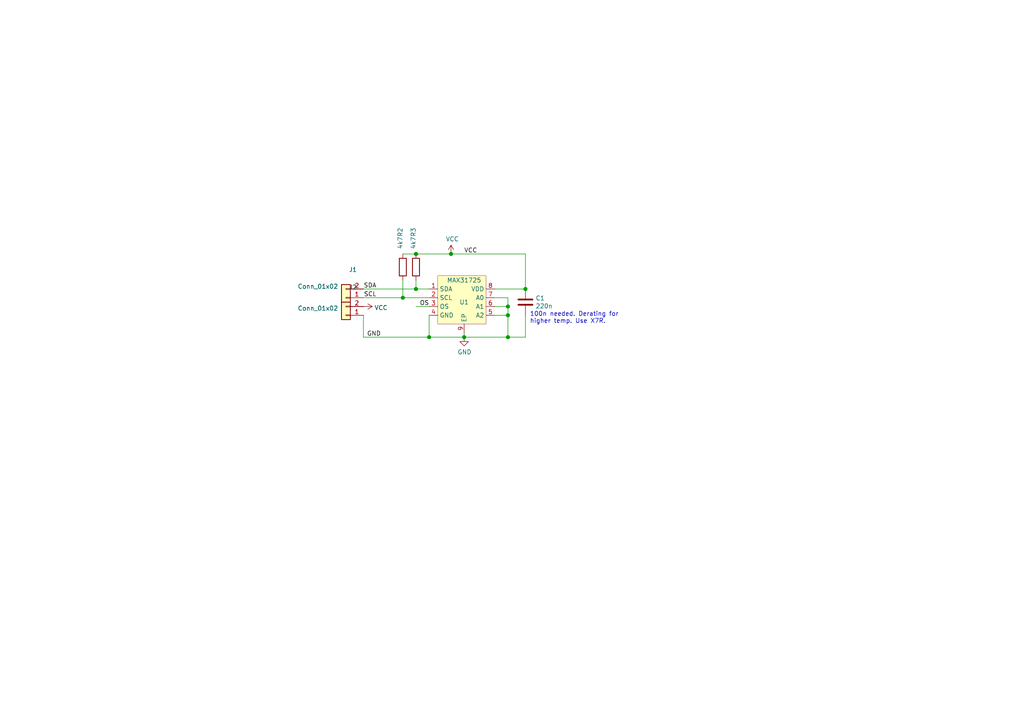
<source format=kicad_sch>
(kicad_sch (version 20201015) (generator eeschema)
  (paper "A4")
  (lib_symbols
    (symbol "Connector_Generic:Conn_01x02" (pin_names (offset 1.016) hide)
      (property "Reference" "J" (at 0 2.54 0))
      (property "Value" "Conn_01x02" (at 0 -5.08 0))
      (symbol "Conn_01x02_1_1"
        (rectangle (start -1.27 -2.413) (end 0 -2.667) (stroke (width 0.1524)))
        (rectangle (start -1.27 0.127) (end 0 -0.127) (stroke (width 0.1524)))
        (rectangle (start -1.27 1.27) (end 1.27 -3.81) (stroke (width 0.254)) (fill (type background)))
        (pin passive line (at -5.08 0 0) (length 3.81) (name "Pin_1") (number "1"))
        (pin passive line (at -5.08 -2.54 0) (length 3.81) (name "Pin_2") (number "2"))
      )
    )
    (symbol "Device:C" (pin_numbers hide) (pin_names (offset 0.254))
      (property "Reference" "C" (at 0.635 2.54 0))
      (property "Value" "C" (at 0.635 -2.54 0))
      (symbol "C_0_1"
        (polyline (pts (xy -2.032 -0.762) (xy 2.032 -0.762)) (stroke (width 0.508)))
        (polyline (pts (xy -2.032 0.762) (xy 2.032 0.762)) (stroke (width 0.508)))
      )
      (symbol "C_1_1"
        (pin passive line (at 0 3.81 270) (length 2.794) (name "~") (number "1"))
        (pin passive line (at 0 -3.81 90) (length 2.794) (name "~") (number "2"))
      )
    )
    (symbol "Device:R" (pin_numbers hide) (pin_names (offset 0))
      (property "Reference" "R" (at 2.032 0 90))
      (property "Value" "R" (at 0 0 90))
      (symbol "R_0_1"
        (rectangle (start -1.016 -2.54) (end 1.016 2.54) (stroke (width 0.254)))
      )
      (symbol "R_1_1"
        (pin passive line (at 0 3.81 270) (length 1.27) (name "~") (number "1"))
        (pin passive line (at 0 -3.81 90) (length 1.27) (name "~") (number "2"))
      )
    )
    (symbol "max31725:MAX31725"
      (property "Reference" "U" (at 0 0 0))
      (property "Value" "MAX31725" (at 0 6.35 0))
      (symbol "MAX31725_0_1"
        (rectangle (start -7.62 7.62) (end 6.35 -6.35) (stroke (width 0.001)) (fill (type background)))
      )
      (symbol "MAX31725_1_1"
        (pin bidirectional line (at -10.16 3.81 0) (length 2.54) (name "SDA") (number "1"))
        (pin bidirectional line (at -10.16 1.27 0) (length 2.54) (name "SCL") (number "2"))
        (pin open_collector line (at -10.16 -1.27 0) (length 2.54) (name "OS") (number "3"))
        (pin power_in line (at -10.16 -3.81 0) (length 2.54) (name "GND") (number "4"))
        (pin power_in line (at 8.89 3.81 180) (length 2.54) (name "VDD") (number "8"))
        (pin input line (at 8.89 1.27 180) (length 2.54) (name "A0") (number "7"))
        (pin input line (at 8.89 -1.27 180) (length 2.54) (name "A1") (number "6"))
        (pin input line (at 8.89 -3.81 180) (length 2.54) (name "A2") (number "5"))
        (pin passive line (at 0 -8.89 90) (length 2.54) (name "EP") (number "9"))
      )
    )
    (symbol "power:GND" (power) (pin_names (offset 0))
      (property "Value" "GND" (at 0 -3.81 0))
      (symbol "GND_0_1"
        (polyline (pts (xy 0 0) (xy 0 -1.27) (xy 1.27 -1.27) (xy 0 -2.54) (xy -1.27 -1.27) (xy 0 -1.27)))
      )
      (symbol "GND_1_1"
        (pin power_in line (at 0 0 270) (length 0) hide (name "GND") (number "1"))
      )
    )
    (symbol "power:VCC" (power) (pin_names (offset 0))
      (property "Value" "VCC" (at 0 3.81 0))
      (symbol "VCC_0_1"
        (polyline (pts (xy -0.762 1.27) (xy 0 2.54)))
        (polyline (pts (xy 0 0) (xy 0 2.54)))
        (polyline (pts (xy 0 2.54) (xy 0.762 1.27)))
      )
      (symbol "VCC_1_1"
        (pin power_in line (at 0 0 90) (length 0) hide (name "VCC") (number "1"))
      )
    )
  )
  (junction (at 116.84 86.36) (diameter 1.016))
  (junction (at 120.65 73.66) (diameter 1.016))
  (junction (at 120.65 83.82) (diameter 1.016))
  (junction (at 124.46 97.79) (diameter 1.016))
  (junction (at 130.81 73.66) (diameter 1.016))
  (junction (at 134.62 97.79) (diameter 1.016))
  (junction (at 147.32 88.9) (diameter 1.016))
  (junction (at 147.32 91.44) (diameter 1.016))
  (junction (at 147.32 97.79) (diameter 1.016))
  (junction (at 152.4 83.82) (diameter 1.016))
  (wire (pts (xy 105.41 83.82) (xy 120.65 83.82)))
  (wire (pts (xy 105.41 86.36) (xy 116.84 86.36)))
  (wire (pts (xy 105.41 91.44) (xy 105.41 97.79)))
  (wire (pts (xy 105.41 97.79) (xy 124.46 97.79)))
  (wire (pts (xy 116.84 73.66) (xy 120.65 73.66)))
  (wire (pts (xy 116.84 81.28) (xy 116.84 86.36)))
  (wire (pts (xy 116.84 86.36) (xy 124.46 86.36)))
  (wire (pts (xy 120.65 73.66) (xy 130.81 73.66)))
  (wire (pts (xy 120.65 81.28) (xy 120.65 83.82)))
  (wire (pts (xy 120.65 83.82) (xy 124.46 83.82)))
  (wire (pts (xy 120.65 88.9) (xy 124.46 88.9)))
  (wire (pts (xy 124.46 97.79) (xy 124.46 91.44)))
  (wire (pts (xy 130.81 73.66) (xy 152.4 73.66)))
  (wire (pts (xy 134.62 96.52) (xy 134.62 97.79)))
  (wire (pts (xy 134.62 97.79) (xy 124.46 97.79)))
  (wire (pts (xy 143.51 83.82) (xy 152.4 83.82)))
  (wire (pts (xy 143.51 86.36) (xy 147.32 86.36)))
  (wire (pts (xy 143.51 88.9) (xy 147.32 88.9)))
  (wire (pts (xy 143.51 91.44) (xy 147.32 91.44)))
  (wire (pts (xy 147.32 86.36) (xy 147.32 88.9)))
  (wire (pts (xy 147.32 88.9) (xy 147.32 91.44)))
  (wire (pts (xy 147.32 91.44) (xy 147.32 97.79)))
  (wire (pts (xy 147.32 97.79) (xy 134.62 97.79)))
  (wire (pts (xy 152.4 73.66) (xy 152.4 83.82)))
  (wire (pts (xy 152.4 91.44) (xy 152.4 97.79)))
  (wire (pts (xy 152.4 97.79) (xy 147.32 97.79)))
  (text "100n needed. Derating for\nhigher temp. Use X7R." (at 153.67 93.98 0) (effects (font (size 1.27 1.27)) (justify left bottom)))
  (label "SDA" (at 109.22 83.82 180))
  (label "SCL" (at 109.22 86.36 180))
  (label "GND" (at 110.49 97.79 180))
  (label "OS" (at 124.46 88.9 180))
  (label "VCC" (at 138.43 73.66 180))
  (symbol (lib_id "power:VCC") (at 105.41 88.9 270) (unit 1)
    (property "Reference" "#PWR0103" (effects hide))
    (property "Value" "VCC" (at 108.5851 89.2683 90) (effects (justify left)))
  )
  (symbol (lib_id "power:VCC") (at 130.81 73.66 0) (unit 1)
    (property "Reference" "#PWR0102" (effects hide))
    (property "Value" "VCC" (at 131.1783 69.3356 0))
  )
  (symbol (lib_id "power:GND") (at 134.62 97.79 0) (unit 1)
    (property "Reference" "#PWR0101" (effects hide))
    (property "Value" "GND" (at 134.7343 102.1144 0))
  )
  (symbol (lib_id "Device:R") (at 116.84 77.47 0) (unit 1)
    (property "Reference" "R2" (at 116.0781 68.7006 90) (effects (justify left)))
    (property "Value" "4k7" (at 116.0781 72.2693 90) (effects (justify left)))
    (property "Footprint" "Resistor_SMD:R_0603_1608Metric" (effects hide))
  )
  (symbol (lib_id "Device:R") (at 120.65 77.47 0) (unit 1)
    (property "Reference" "R3" (at 119.8881 68.7006 90) (effects (justify left)))
    (property "Value" "4k7" (at 119.8881 72.2693 90) (effects (justify left)))
    (property "Footprint" "Resistor_SMD:R_0603_1608Metric" (effects hide))
  )
  (symbol (lib_id "Connector_Generic:Conn_01x02") (at 100.33 86.36 180) (unit 1)
    (property "Reference" "J1" (at 102.362 78.2382 0))
    (property "Value" "Conn_01x02" (at 92.202 83.0769 0))
  )
  (symbol (lib_id "Connector_Generic:Conn_01x02") (at 100.33 91.44 180) (unit 1)
    (property "Reference" "J2" (at 102.362 83.3182 0))
    (property "Value" "Conn_01x02" (at 92.202 89.4269 0))
  )
  (symbol (lib_id "Device:C") (at 152.4 87.63 0) (unit 1)
    (property "Reference" "C1" (at 155.321 86.481 0) (effects (justify left)))
    (property "Value" "220n" (at 155.321 88.779 0) (effects (justify left)))
    (property "Footprint" "Capacitor_SMD:C_0603_1608Metric" (effects hide))
  )
  (symbol (lib_id "max31725:MAX31725") (at 134.62 87.63 0) (unit 1)
    (property "Reference" "U1" (at 134.62 87.63 0))
    (property "Value" "MAX31725" (at 134.62 81.28 0))
    (property "Footprint" "maxim-8tdfn-vias:DFN-8-1EP_3x3mm_P0.65mm_EP1.7x2.05mm" (effects hide))
    (property "Datasheet" "https://datasheets.maximintegrated.com/en/ds/MAX31725-MAX31726.pdf" (effects hide))
  )
)
</source>
